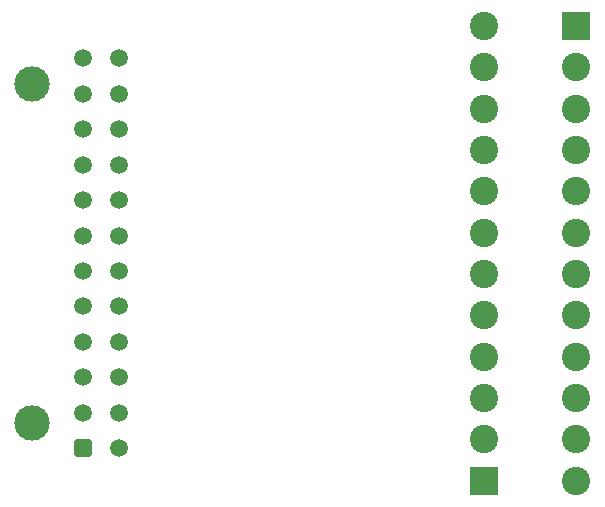
<source format=gbr>
%TF.GenerationSoftware,KiCad,Pcbnew,(6.0.0)*%
%TF.CreationDate,2022-04-26T02:16:27+02:00*%
%TF.ProjectId,Plug_Molex_microfit_3.0_To_Screew_v0.1,506c7567-5f4d-46f6-9c65-785f6d696372,rev?*%
%TF.SameCoordinates,Original*%
%TF.FileFunction,Soldermask,Bot*%
%TF.FilePolarity,Negative*%
%FSLAX46Y46*%
G04 Gerber Fmt 4.6, Leading zero omitted, Abs format (unit mm)*
G04 Created by KiCad (PCBNEW (6.0.0)) date 2022-04-26 02:16:27*
%MOMM*%
%LPD*%
G01*
G04 APERTURE LIST*
G04 Aperture macros list*
%AMRoundRect*
0 Rectangle with rounded corners*
0 $1 Rounding radius*
0 $2 $3 $4 $5 $6 $7 $8 $9 X,Y pos of 4 corners*
0 Add a 4 corners polygon primitive as box body*
4,1,4,$2,$3,$4,$5,$6,$7,$8,$9,$2,$3,0*
0 Add four circle primitives for the rounded corners*
1,1,$1+$1,$2,$3*
1,1,$1+$1,$4,$5*
1,1,$1+$1,$6,$7*
1,1,$1+$1,$8,$9*
0 Add four rect primitives between the rounded corners*
20,1,$1+$1,$2,$3,$4,$5,0*
20,1,$1+$1,$4,$5,$6,$7,0*
20,1,$1+$1,$6,$7,$8,$9,0*
20,1,$1+$1,$8,$9,$2,$3,0*%
G04 Aperture macros list end*
%ADD10C,3.000000*%
%ADD11RoundRect,0.250001X0.499999X-0.499999X0.499999X0.499999X-0.499999X0.499999X-0.499999X-0.499999X0*%
%ADD12C,1.500000*%
%ADD13R,2.400000X2.400000*%
%ADD14C,2.400000*%
G04 APERTURE END LIST*
D10*
%TO.C,J2*%
X73915000Y-74635000D03*
X73915000Y-103335000D03*
D11*
X78235000Y-105495000D03*
D12*
X78235000Y-102495000D03*
X78235000Y-99495000D03*
X78235000Y-96495000D03*
X78235000Y-93495000D03*
X78235000Y-90495000D03*
X78235000Y-87495000D03*
X78235000Y-84495000D03*
X78235000Y-81495000D03*
X78235000Y-78495000D03*
X78235000Y-75495000D03*
X78235000Y-72495000D03*
X81235000Y-105495000D03*
X81235000Y-102495000D03*
X81235000Y-99495000D03*
X81235000Y-96495000D03*
X81235000Y-93495000D03*
X81235000Y-90495000D03*
X81235000Y-87495000D03*
X81235000Y-84495000D03*
X81235000Y-81495000D03*
X81235000Y-78495000D03*
X81235000Y-75495000D03*
X81235000Y-72495000D03*
%TD*%
D13*
%TO.C,J3*%
X120000000Y-69750000D03*
D14*
X120000000Y-73250000D03*
X120000000Y-76750000D03*
X120000000Y-80250000D03*
X120000000Y-83750000D03*
X120000000Y-87250000D03*
X120000000Y-90750000D03*
X120000000Y-94250000D03*
X120000000Y-97750000D03*
X120000000Y-101250000D03*
X120000000Y-104750000D03*
X120000000Y-108250000D03*
%TD*%
D13*
%TO.C,J1*%
X112150000Y-108250000D03*
D14*
X112150000Y-104750000D03*
X112150000Y-101250000D03*
X112150000Y-97750000D03*
X112150000Y-94250000D03*
X112150000Y-90750000D03*
X112150000Y-87250000D03*
X112150000Y-83750000D03*
X112150000Y-80250000D03*
X112150000Y-76750000D03*
X112150000Y-73250000D03*
X112150000Y-69750000D03*
%TD*%
M02*

</source>
